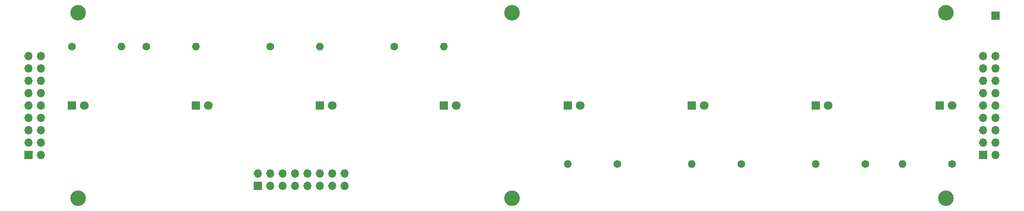
<source format=gbr>
%TF.GenerationSoftware,KiCad,Pcbnew,7.0.2*%
%TF.CreationDate,2024-06-24T19:43:42-07:00*%
%TF.ProjectId,Score-Board-LinInd,53636f72-652d-4426-9f61-72642d4c696e,1*%
%TF.SameCoordinates,Original*%
%TF.FileFunction,Soldermask,Bot*%
%TF.FilePolarity,Negative*%
%FSLAX46Y46*%
G04 Gerber Fmt 4.6, Leading zero omitted, Abs format (unit mm)*
G04 Created by KiCad (PCBNEW 7.0.2) date 2024-06-24 19:43:42*
%MOMM*%
%LPD*%
G01*
G04 APERTURE LIST*
%ADD10C,3.200000*%
%ADD11C,1.600000*%
%ADD12O,1.600000X1.600000*%
%ADD13R,1.800000X1.800000*%
%ADD14C,1.800000*%
%ADD15R,1.700000X1.700000*%
%ADD16O,1.700000X1.700000*%
G04 APERTURE END LIST*
D10*
%TO.C,H6*%
X48597500Y-129848000D03*
%TD*%
%TO.C,H5*%
X48597500Y-91748000D03*
%TD*%
D11*
%TO.C,R8*%
X227667500Y-122863000D03*
D12*
X217507500Y-122863000D03*
%TD*%
D11*
%TO.C,R7*%
X209887500Y-122863000D03*
D12*
X199727500Y-122863000D03*
%TD*%
D11*
%TO.C,R6*%
X184487500Y-122863000D03*
D12*
X174327500Y-122863000D03*
%TD*%
D11*
%TO.C,R5*%
X159087500Y-122863000D03*
D12*
X148927500Y-122863000D03*
%TD*%
D11*
%TO.C,R4*%
X113367500Y-98733000D03*
D12*
X123527500Y-98733000D03*
%TD*%
D11*
%TO.C,R3*%
X87967500Y-98733000D03*
D12*
X98127500Y-98733000D03*
%TD*%
D11*
%TO.C,R2*%
X62567500Y-98733000D03*
D12*
X72727500Y-98733000D03*
%TD*%
D11*
%TO.C,R1*%
X47327500Y-98733000D03*
D12*
X57487500Y-98733000D03*
%TD*%
D13*
%TO.C,LED8*%
X225127500Y-110798000D03*
D14*
X227667500Y-110798000D03*
%TD*%
D13*
%TO.C,LED7*%
X199727500Y-110798000D03*
D14*
X202267500Y-110798000D03*
%TD*%
D13*
%TO.C,LED6*%
X174327500Y-110798000D03*
D14*
X176867500Y-110798000D03*
%TD*%
D13*
%TO.C,LED5*%
X148927500Y-110798000D03*
D14*
X151467500Y-110798000D03*
%TD*%
D13*
%TO.C,LED4*%
X123527500Y-110798000D03*
D14*
X126067500Y-110798000D03*
%TD*%
D13*
%TO.C,LED3*%
X98127500Y-110798000D03*
D14*
X100667500Y-110798000D03*
%TD*%
D13*
%TO.C,LED2*%
X72727500Y-110798000D03*
D14*
X75267500Y-110798000D03*
%TD*%
D13*
%TO.C,LED1*%
X47327500Y-110798000D03*
D14*
X49867500Y-110798000D03*
%TD*%
D15*
%TO.C,J3*%
X234012500Y-120948000D03*
D16*
X236552500Y-120948000D03*
X234012500Y-118408000D03*
X236552500Y-118408000D03*
X234012500Y-115868000D03*
X236552500Y-115868000D03*
X234012500Y-113328000D03*
X236552500Y-113328000D03*
X234012500Y-110788000D03*
X236552500Y-110788000D03*
X234012500Y-108248000D03*
X236552500Y-108248000D03*
X234012500Y-105708000D03*
X236552500Y-105708000D03*
X234012500Y-103168000D03*
X236552500Y-103168000D03*
X234012500Y-100628000D03*
X236552500Y-100628000D03*
%TD*%
D15*
%TO.C,J2*%
X38432500Y-120948000D03*
D16*
X40972500Y-120948000D03*
X38432500Y-118408000D03*
X40972500Y-118408000D03*
X38432500Y-115868000D03*
X40972500Y-115868000D03*
X38432500Y-113328000D03*
X40972500Y-113328000D03*
X38432500Y-110788000D03*
X40972500Y-110788000D03*
X38432500Y-108248000D03*
X40972500Y-108248000D03*
X38432500Y-105708000D03*
X40972500Y-105708000D03*
X38432500Y-103168000D03*
X40972500Y-103168000D03*
X38432500Y-100628000D03*
X40972500Y-100628000D03*
%TD*%
D15*
%TO.C,J1*%
X85427500Y-127308000D03*
D16*
X85427500Y-124768000D03*
X87967500Y-127308000D03*
X87967500Y-124768000D03*
X90507500Y-127308000D03*
X90507500Y-124768000D03*
X93047500Y-127308000D03*
X93047500Y-124768000D03*
X95587500Y-127308000D03*
X95587500Y-124768000D03*
X98127500Y-127308000D03*
X98127500Y-124768000D03*
X100667500Y-127308000D03*
X100667500Y-124768000D03*
X103207500Y-127308000D03*
X103207500Y-124768000D03*
%TD*%
D10*
%TO.C,H4*%
X137497500Y-129848000D03*
%TD*%
%TO.C,H3*%
X137497500Y-91748000D03*
%TD*%
%TO.C,H2*%
X226397500Y-129848000D03*
%TD*%
%TO.C,H1*%
X226397500Y-91748000D03*
%TD*%
D15*
%TO.C,GND1*%
X236557500Y-92383000D03*
%TD*%
M02*

</source>
